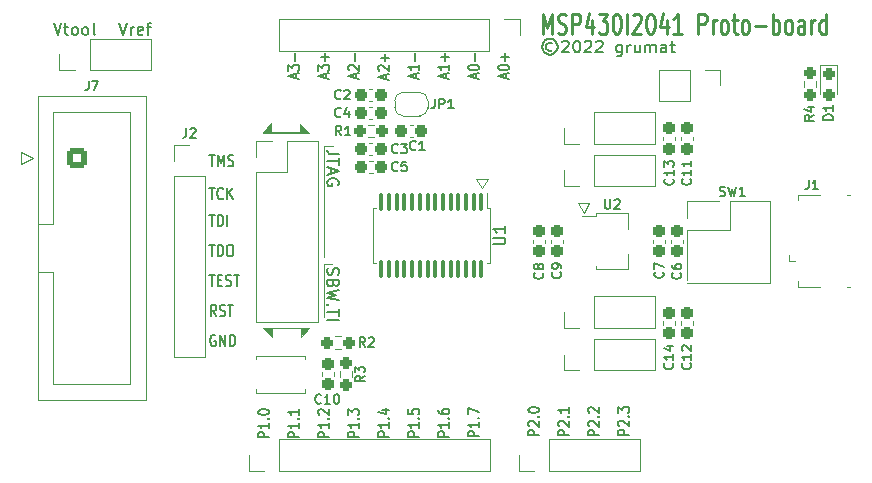
<source format=gto>
G04 #@! TF.GenerationSoftware,KiCad,Pcbnew,(6.0.7)*
G04 #@! TF.CreationDate,2022-09-17T20:35:01+02:00*
G04 #@! TF.ProjectId,SLAU335,534c4155-3333-4352-9e6b-696361645f70,rev?*
G04 #@! TF.SameCoordinates,Original*
G04 #@! TF.FileFunction,Legend,Top*
G04 #@! TF.FilePolarity,Positive*
%FSLAX46Y46*%
G04 Gerber Fmt 4.6, Leading zero omitted, Abs format (unit mm)*
G04 Created by KiCad (PCBNEW (6.0.7)) date 2022-09-17 20:35:01*
%MOMM*%
%LPD*%
G01*
G04 APERTURE LIST*
G04 Aperture macros list*
%AMRoundRect*
0 Rectangle with rounded corners*
0 $1 Rounding radius*
0 $2 $3 $4 $5 $6 $7 $8 $9 X,Y pos of 4 corners*
0 Add a 4 corners polygon primitive as box body*
4,1,4,$2,$3,$4,$5,$6,$7,$8,$9,$2,$3,0*
0 Add four circle primitives for the rounded corners*
1,1,$1+$1,$2,$3*
1,1,$1+$1,$4,$5*
1,1,$1+$1,$6,$7*
1,1,$1+$1,$8,$9*
0 Add four rect primitives between the rounded corners*
20,1,$1+$1,$2,$3,$4,$5,0*
20,1,$1+$1,$4,$5,$6,$7,0*
20,1,$1+$1,$6,$7,$8,$9,0*
20,1,$1+$1,$8,$9,$2,$3,0*%
%AMFreePoly0*
4,1,9,5.362500,-0.866500,1.237500,-0.866500,1.237500,-0.450000,-1.237500,-0.450000,-1.237500,0.450000,1.237500,0.450000,1.237500,0.866500,5.362500,0.866500,5.362500,-0.866500,5.362500,-0.866500,$1*%
%AMFreePoly1*
4,1,22,0.500000,-0.750000,0.000000,-0.750000,0.000000,-0.745033,-0.079941,-0.743568,-0.215256,-0.701293,-0.333266,-0.622738,-0.424486,-0.514219,-0.481581,-0.384460,-0.499164,-0.250000,-0.500000,-0.250000,-0.500000,0.250000,-0.499164,0.250000,-0.499963,0.256109,-0.478152,0.396186,-0.417904,0.524511,-0.324060,0.630769,-0.204165,0.706417,-0.067858,0.745374,0.000000,0.744959,0.000000,0.750000,
0.500000,0.750000,0.500000,-0.750000,0.500000,-0.750000,$1*%
%AMFreePoly2*
4,1,20,0.000000,0.744959,0.073905,0.744508,0.209726,0.703889,0.328688,0.626782,0.421226,0.519385,0.479903,0.390333,0.500000,0.250000,0.500000,-0.250000,0.499851,-0.262216,0.476331,-0.402017,0.414519,-0.529596,0.319384,-0.634700,0.198574,-0.708877,0.061801,-0.746166,0.000000,-0.745033,0.000000,-0.750000,-0.500000,-0.750000,-0.500000,0.750000,0.000000,0.750000,0.000000,0.744959,
0.000000,0.744959,$1*%
G04 Aperture macros list end*
%ADD10C,0.120000*%
%ADD11C,0.100000*%
%ADD12C,0.150000*%
%ADD13C,0.250000*%
%ADD14RoundRect,0.250000X-0.600000X-0.600000X0.600000X-0.600000X0.600000X0.600000X-0.600000X0.600000X0*%
%ADD15C,1.700000*%
%ADD16RoundRect,0.237500X0.300000X0.237500X-0.300000X0.237500X-0.300000X-0.237500X0.300000X-0.237500X0*%
%ADD17R,1.700000X1.700000*%
%ADD18O,1.700000X1.700000*%
%ADD19RoundRect,0.237500X0.237500X-0.300000X0.237500X0.300000X-0.237500X0.300000X-0.237500X-0.300000X0*%
%ADD20RoundRect,0.237500X-0.250000X-0.237500X0.250000X-0.237500X0.250000X0.237500X-0.250000X0.237500X0*%
%ADD21R,2.300000X0.900000*%
%ADD22FreePoly0,0.000000*%
%ADD23RoundRect,0.237500X-0.237500X0.287500X-0.237500X-0.287500X0.237500X-0.287500X0.237500X0.287500X0*%
%ADD24RoundRect,0.237500X-0.237500X0.250000X-0.237500X-0.250000X0.237500X-0.250000X0.237500X0.250000X0*%
%ADD25RoundRect,0.237500X-0.237500X0.300000X-0.237500X-0.300000X0.237500X-0.300000X0.237500X0.300000X0*%
%ADD26R,1.550000X0.400000*%
%ADD27R,1.900000X1.200000*%
%ADD28C,1.450000*%
%ADD29O,1.900000X1.200000*%
%ADD30R,1.900000X1.500000*%
%ADD31RoundRect,0.237500X0.237500X-0.250000X0.237500X0.250000X-0.237500X0.250000X-0.237500X-0.250000X0*%
%ADD32R,1.350000X1.350000*%
%ADD33O,1.350000X1.350000*%
%ADD34RoundRect,0.100000X-0.100000X0.637500X-0.100000X-0.637500X0.100000X-0.637500X0.100000X0.637500X0*%
%ADD35R,1.400000X2.000000*%
%ADD36RoundRect,0.237500X0.250000X0.237500X-0.250000X0.237500X-0.250000X-0.237500X0.250000X-0.237500X0*%
%ADD37RoundRect,0.237500X-0.300000X-0.237500X0.300000X-0.237500X0.300000X0.237500X-0.300000X0.237500X0*%
%ADD38FreePoly1,0.000000*%
%ADD39FreePoly2,0.000000*%
G04 APERTURE END LIST*
D10*
X154850000Y-99800000D02*
X155850000Y-99800000D01*
X155350000Y-100600000D02*
X154850000Y-99800000D01*
X155850000Y-99800000D02*
X155350000Y-100600000D01*
X146235000Y-97694000D02*
X147235000Y-97694000D01*
X147235000Y-97694000D02*
X146735000Y-98494000D01*
X146735000Y-98494000D02*
X146235000Y-97694000D01*
D11*
G36*
X128857200Y-93770000D02*
G01*
X131357200Y-93770000D01*
X131357200Y-93070000D01*
X132082200Y-93795000D01*
X128207200Y-93795000D01*
X128857200Y-93020000D01*
X128857200Y-93770000D01*
G37*
X128857200Y-93770000D02*
X131357200Y-93770000D01*
X131357200Y-93070000D01*
X132082200Y-93795000D01*
X128207200Y-93795000D01*
X128857200Y-93020000D01*
X128857200Y-93770000D01*
G36*
X131469200Y-111117000D02*
G01*
X131469200Y-110367000D01*
X128969200Y-110367000D01*
X128969200Y-111067000D01*
X128244200Y-110342000D01*
X132119200Y-110342000D01*
X131469200Y-111117000D01*
G37*
X131469200Y-111117000D02*
X131469200Y-110367000D01*
X128969200Y-110367000D01*
X128969200Y-111067000D01*
X128244200Y-110342000D01*
X132119200Y-110342000D01*
X131469200Y-111117000D01*
D10*
X133400000Y-104294600D02*
X133400000Y-94912600D01*
X133388800Y-104933900D02*
X134088800Y-104933900D01*
X133400000Y-94912600D02*
X134100000Y-94912600D01*
X133388800Y-104914900D02*
X133388800Y-109441400D01*
D12*
X134647619Y-95625533D02*
X133933333Y-95625533D01*
X133790476Y-95577914D01*
X133695238Y-95482676D01*
X133647619Y-95339819D01*
X133647619Y-95244580D01*
X134647619Y-95958866D02*
X134647619Y-96530295D01*
X133647619Y-96244580D02*
X134647619Y-96244580D01*
X133933333Y-96816009D02*
X133933333Y-97292200D01*
X133647619Y-96720771D02*
X134647619Y-97054104D01*
X133647619Y-97387438D01*
X134600000Y-98244580D02*
X134647619Y-98149342D01*
X134647619Y-98006485D01*
X134600000Y-97863628D01*
X134504761Y-97768390D01*
X134409523Y-97720771D01*
X134219047Y-97673152D01*
X134076190Y-97673152D01*
X133885714Y-97720771D01*
X133790476Y-97768390D01*
X133695238Y-97863628D01*
X133647619Y-98006485D01*
X133647619Y-98101723D01*
X133695238Y-98244580D01*
X133742857Y-98292200D01*
X134076190Y-98292200D01*
X134076190Y-98101723D01*
X133695238Y-105245914D02*
X133647619Y-105388771D01*
X133647619Y-105626866D01*
X133695238Y-105722104D01*
X133742857Y-105769723D01*
X133838095Y-105817342D01*
X133933333Y-105817342D01*
X134028571Y-105769723D01*
X134076190Y-105722104D01*
X134123809Y-105626866D01*
X134171428Y-105436390D01*
X134219047Y-105341152D01*
X134266666Y-105293533D01*
X134361904Y-105245914D01*
X134457142Y-105245914D01*
X134552380Y-105293533D01*
X134600000Y-105341152D01*
X134647619Y-105436390D01*
X134647619Y-105674485D01*
X134600000Y-105817342D01*
X134171428Y-106579247D02*
X134123809Y-106722104D01*
X134076190Y-106769723D01*
X133980952Y-106817342D01*
X133838095Y-106817342D01*
X133742857Y-106769723D01*
X133695238Y-106722104D01*
X133647619Y-106626866D01*
X133647619Y-106245914D01*
X134647619Y-106245914D01*
X134647619Y-106579247D01*
X134600000Y-106674485D01*
X134552380Y-106722104D01*
X134457142Y-106769723D01*
X134361904Y-106769723D01*
X134266666Y-106722104D01*
X134219047Y-106674485D01*
X134171428Y-106579247D01*
X134171428Y-106245914D01*
X134647619Y-107150676D02*
X133647619Y-107388771D01*
X134361904Y-107579247D01*
X133647619Y-107769723D01*
X134647619Y-108007819D01*
X133742857Y-108388771D02*
X133695238Y-108436390D01*
X133647619Y-108388771D01*
X133695238Y-108341152D01*
X133742857Y-108388771D01*
X133647619Y-108388771D01*
X134647619Y-108722104D02*
X134647619Y-109293533D01*
X133647619Y-109007819D02*
X134647619Y-109007819D01*
X133647619Y-109626866D02*
X134647619Y-109626866D01*
X124191963Y-110948000D02*
X124115773Y-110900380D01*
X124001487Y-110900380D01*
X123887201Y-110948000D01*
X123811011Y-111043238D01*
X123772916Y-111138476D01*
X123734820Y-111328952D01*
X123734820Y-111471809D01*
X123772916Y-111662285D01*
X123811011Y-111757523D01*
X123887201Y-111852761D01*
X124001487Y-111900380D01*
X124077678Y-111900380D01*
X124191963Y-111852761D01*
X124230059Y-111805142D01*
X124230059Y-111471809D01*
X124077678Y-111471809D01*
X124572916Y-111900380D02*
X124572916Y-110900380D01*
X125030059Y-111900380D01*
X125030059Y-110900380D01*
X125411011Y-111900380D02*
X125411011Y-110900380D01*
X125601487Y-110900380D01*
X125715773Y-110948000D01*
X125791963Y-111043238D01*
X125830059Y-111138476D01*
X125868154Y-111328952D01*
X125868154Y-111471809D01*
X125830059Y-111662285D01*
X125791963Y-111757523D01*
X125715773Y-111852761D01*
X125601487Y-111900380D01*
X125411011Y-111900380D01*
X128727142Y-119594121D02*
X127827142Y-119594121D01*
X127827142Y-119289359D01*
X127870000Y-119213169D01*
X127912857Y-119175074D01*
X127998571Y-119136978D01*
X128127142Y-119136978D01*
X128212857Y-119175074D01*
X128255714Y-119213169D01*
X128298571Y-119289359D01*
X128298571Y-119594121D01*
X128727142Y-118375074D02*
X128727142Y-118832216D01*
X128727142Y-118603645D02*
X127827142Y-118603645D01*
X127955714Y-118679836D01*
X128041428Y-118756026D01*
X128084285Y-118832216D01*
X128641428Y-118032216D02*
X128684285Y-117994121D01*
X128727142Y-118032216D01*
X128684285Y-118070312D01*
X128641428Y-118032216D01*
X128727142Y-118032216D01*
X127827142Y-117498883D02*
X127827142Y-117422693D01*
X127870000Y-117346502D01*
X127912857Y-117308407D01*
X127998571Y-117270312D01*
X128170000Y-117232216D01*
X128384285Y-117232216D01*
X128555714Y-117270312D01*
X128641428Y-117308407D01*
X128684285Y-117346502D01*
X128727142Y-117422693D01*
X128727142Y-117498883D01*
X128684285Y-117575074D01*
X128641428Y-117613169D01*
X128555714Y-117651264D01*
X128384285Y-117689359D01*
X128170000Y-117689359D01*
X127998571Y-117651264D01*
X127912857Y-117613169D01*
X127870000Y-117575074D01*
X127827142Y-117498883D01*
X124239119Y-109360380D02*
X123972452Y-108884190D01*
X123781976Y-109360380D02*
X123781976Y-108360380D01*
X124086738Y-108360380D01*
X124162928Y-108408000D01*
X124201023Y-108455619D01*
X124239119Y-108550857D01*
X124239119Y-108693714D01*
X124201023Y-108788952D01*
X124162928Y-108836571D01*
X124086738Y-108884190D01*
X123781976Y-108884190D01*
X124543880Y-109312761D02*
X124658166Y-109360380D01*
X124848642Y-109360380D01*
X124924833Y-109312761D01*
X124962928Y-109265142D01*
X125001023Y-109169904D01*
X125001023Y-109074666D01*
X124962928Y-108979428D01*
X124924833Y-108931809D01*
X124848642Y-108884190D01*
X124696261Y-108836571D01*
X124620071Y-108788952D01*
X124581976Y-108741333D01*
X124543880Y-108646095D01*
X124543880Y-108550857D01*
X124581976Y-108455619D01*
X124620071Y-108408000D01*
X124696261Y-108360380D01*
X124886738Y-108360380D01*
X125001023Y-108408000D01*
X125229595Y-108360380D02*
X125686738Y-108360380D01*
X125458166Y-109360380D02*
X125458166Y-108360380D01*
X141427142Y-119544308D02*
X140527142Y-119544308D01*
X140527142Y-119239546D01*
X140570000Y-119163356D01*
X140612857Y-119125261D01*
X140698571Y-119087165D01*
X140827142Y-119087165D01*
X140912857Y-119125261D01*
X140955714Y-119163356D01*
X140998571Y-119239546D01*
X140998571Y-119544308D01*
X141427142Y-118325261D02*
X141427142Y-118782403D01*
X141427142Y-118553832D02*
X140527142Y-118553832D01*
X140655714Y-118630023D01*
X140741428Y-118706213D01*
X140784285Y-118782403D01*
X141341428Y-117982403D02*
X141384285Y-117944308D01*
X141427142Y-117982403D01*
X141384285Y-118020499D01*
X141341428Y-117982403D01*
X141427142Y-117982403D01*
X140527142Y-117220499D02*
X140527142Y-117601451D01*
X140955714Y-117639546D01*
X140912857Y-117601451D01*
X140870000Y-117525261D01*
X140870000Y-117334784D01*
X140912857Y-117258594D01*
X140955714Y-117220499D01*
X141041428Y-117182403D01*
X141255714Y-117182403D01*
X141341428Y-117220499D01*
X141384285Y-117258594D01*
X141427142Y-117334784D01*
X141427142Y-117525261D01*
X141384285Y-117601451D01*
X141341428Y-117639546D01*
D13*
X151880000Y-85420047D02*
X151880000Y-83720047D01*
X152280000Y-84934333D01*
X152680000Y-83720047D01*
X152680000Y-85420047D01*
X153194285Y-85339095D02*
X153365714Y-85420047D01*
X153651428Y-85420047D01*
X153765714Y-85339095D01*
X153822857Y-85258142D01*
X153880000Y-85096238D01*
X153880000Y-84934333D01*
X153822857Y-84772428D01*
X153765714Y-84691476D01*
X153651428Y-84610523D01*
X153422857Y-84529571D01*
X153308571Y-84448619D01*
X153251428Y-84367666D01*
X153194285Y-84205761D01*
X153194285Y-84043857D01*
X153251428Y-83881952D01*
X153308571Y-83801000D01*
X153422857Y-83720047D01*
X153708571Y-83720047D01*
X153880000Y-83801000D01*
X154394285Y-85420047D02*
X154394285Y-83720047D01*
X154851428Y-83720047D01*
X154965714Y-83801000D01*
X155022857Y-83881952D01*
X155080000Y-84043857D01*
X155080000Y-84286714D01*
X155022857Y-84448619D01*
X154965714Y-84529571D01*
X154851428Y-84610523D01*
X154394285Y-84610523D01*
X156108571Y-84286714D02*
X156108571Y-85420047D01*
X155822857Y-83639095D02*
X155537142Y-84853380D01*
X156280000Y-84853380D01*
X156622857Y-83720047D02*
X157365714Y-83720047D01*
X156965714Y-84367666D01*
X157137142Y-84367666D01*
X157251428Y-84448619D01*
X157308571Y-84529571D01*
X157365714Y-84691476D01*
X157365714Y-85096238D01*
X157308571Y-85258142D01*
X157251428Y-85339095D01*
X157137142Y-85420047D01*
X156794285Y-85420047D01*
X156680000Y-85339095D01*
X156622857Y-85258142D01*
X158108571Y-83720047D02*
X158222857Y-83720047D01*
X158337142Y-83801000D01*
X158394285Y-83881952D01*
X158451428Y-84043857D01*
X158508571Y-84367666D01*
X158508571Y-84772428D01*
X158451428Y-85096238D01*
X158394285Y-85258142D01*
X158337142Y-85339095D01*
X158222857Y-85420047D01*
X158108571Y-85420047D01*
X157994285Y-85339095D01*
X157937142Y-85258142D01*
X157880000Y-85096238D01*
X157822857Y-84772428D01*
X157822857Y-84367666D01*
X157880000Y-84043857D01*
X157937142Y-83881952D01*
X157994285Y-83801000D01*
X158108571Y-83720047D01*
X159022857Y-85420047D02*
X159022857Y-83720047D01*
X159537142Y-83881952D02*
X159594285Y-83801000D01*
X159708571Y-83720047D01*
X159994285Y-83720047D01*
X160108571Y-83801000D01*
X160165714Y-83881952D01*
X160222857Y-84043857D01*
X160222857Y-84205761D01*
X160165714Y-84448619D01*
X159480000Y-85420047D01*
X160222857Y-85420047D01*
X160965714Y-83720047D02*
X161080000Y-83720047D01*
X161194285Y-83801000D01*
X161251428Y-83881952D01*
X161308571Y-84043857D01*
X161365714Y-84367666D01*
X161365714Y-84772428D01*
X161308571Y-85096238D01*
X161251428Y-85258142D01*
X161194285Y-85339095D01*
X161080000Y-85420047D01*
X160965714Y-85420047D01*
X160851428Y-85339095D01*
X160794285Y-85258142D01*
X160737142Y-85096238D01*
X160680000Y-84772428D01*
X160680000Y-84367666D01*
X160737142Y-84043857D01*
X160794285Y-83881952D01*
X160851428Y-83801000D01*
X160965714Y-83720047D01*
X162394285Y-84286714D02*
X162394285Y-85420047D01*
X162108571Y-83639095D02*
X161822857Y-84853380D01*
X162565714Y-84853380D01*
X163651428Y-85420047D02*
X162965714Y-85420047D01*
X163308571Y-85420047D02*
X163308571Y-83720047D01*
X163194285Y-83962904D01*
X163079999Y-84124809D01*
X162965714Y-84205761D01*
X165079999Y-85420047D02*
X165079999Y-83720047D01*
X165537142Y-83720047D01*
X165651428Y-83801000D01*
X165708571Y-83881952D01*
X165765714Y-84043857D01*
X165765714Y-84286714D01*
X165708571Y-84448619D01*
X165651428Y-84529571D01*
X165537142Y-84610523D01*
X165079999Y-84610523D01*
X166279999Y-85420047D02*
X166279999Y-84286714D01*
X166279999Y-84610523D02*
X166337142Y-84448619D01*
X166394285Y-84367666D01*
X166508571Y-84286714D01*
X166622857Y-84286714D01*
X167194285Y-85420047D02*
X167079999Y-85339095D01*
X167022857Y-85258142D01*
X166965714Y-85096238D01*
X166965714Y-84610523D01*
X167022857Y-84448619D01*
X167079999Y-84367666D01*
X167194285Y-84286714D01*
X167365714Y-84286714D01*
X167479999Y-84367666D01*
X167537142Y-84448619D01*
X167594285Y-84610523D01*
X167594285Y-85096238D01*
X167537142Y-85258142D01*
X167479999Y-85339095D01*
X167365714Y-85420047D01*
X167194285Y-85420047D01*
X167937142Y-84286714D02*
X168394285Y-84286714D01*
X168108571Y-83720047D02*
X168108571Y-85177190D01*
X168165714Y-85339095D01*
X168279999Y-85420047D01*
X168394285Y-85420047D01*
X168965714Y-85420047D02*
X168851428Y-85339095D01*
X168794285Y-85258142D01*
X168737142Y-85096238D01*
X168737142Y-84610523D01*
X168794285Y-84448619D01*
X168851428Y-84367666D01*
X168965714Y-84286714D01*
X169137142Y-84286714D01*
X169251428Y-84367666D01*
X169308571Y-84448619D01*
X169365714Y-84610523D01*
X169365714Y-85096238D01*
X169308571Y-85258142D01*
X169251428Y-85339095D01*
X169137142Y-85420047D01*
X168965714Y-85420047D01*
X169880000Y-84772428D02*
X170794285Y-84772428D01*
X171365714Y-85420047D02*
X171365714Y-83720047D01*
X171365714Y-84367666D02*
X171480000Y-84286714D01*
X171708571Y-84286714D01*
X171822857Y-84367666D01*
X171880000Y-84448619D01*
X171937142Y-84610523D01*
X171937142Y-85096238D01*
X171880000Y-85258142D01*
X171822857Y-85339095D01*
X171708571Y-85420047D01*
X171480000Y-85420047D01*
X171365714Y-85339095D01*
X172622857Y-85420047D02*
X172508571Y-85339095D01*
X172451428Y-85258142D01*
X172394285Y-85096238D01*
X172394285Y-84610523D01*
X172451428Y-84448619D01*
X172508571Y-84367666D01*
X172622857Y-84286714D01*
X172794285Y-84286714D01*
X172908571Y-84367666D01*
X172965714Y-84448619D01*
X173022857Y-84610523D01*
X173022857Y-85096238D01*
X172965714Y-85258142D01*
X172908571Y-85339095D01*
X172794285Y-85420047D01*
X172622857Y-85420047D01*
X174051428Y-85420047D02*
X174051428Y-84529571D01*
X173994285Y-84367666D01*
X173880000Y-84286714D01*
X173651428Y-84286714D01*
X173537142Y-84367666D01*
X174051428Y-85339095D02*
X173937142Y-85420047D01*
X173651428Y-85420047D01*
X173537142Y-85339095D01*
X173480000Y-85177190D01*
X173480000Y-85015285D01*
X173537142Y-84853380D01*
X173651428Y-84772428D01*
X173937142Y-84772428D01*
X174051428Y-84691476D01*
X174622857Y-85420047D02*
X174622857Y-84286714D01*
X174622857Y-84610523D02*
X174680000Y-84448619D01*
X174737142Y-84367666D01*
X174851428Y-84286714D01*
X174965714Y-84286714D01*
X175880000Y-85420047D02*
X175880000Y-83720047D01*
X175880000Y-85339095D02*
X175765714Y-85420047D01*
X175537142Y-85420047D01*
X175422857Y-85339095D01*
X175365714Y-85258142D01*
X175308571Y-85096238D01*
X175308571Y-84610523D01*
X175365714Y-84448619D01*
X175422857Y-84367666D01*
X175537142Y-84286714D01*
X175765714Y-84286714D01*
X175880000Y-84367666D01*
D12*
X110484285Y-84527380D02*
X110817619Y-85527380D01*
X111150952Y-84527380D01*
X111341428Y-84860714D02*
X111722380Y-84860714D01*
X111484285Y-84527380D02*
X111484285Y-85384523D01*
X111531904Y-85479761D01*
X111627142Y-85527380D01*
X111722380Y-85527380D01*
X112198571Y-85527380D02*
X112103333Y-85479761D01*
X112055714Y-85432142D01*
X112008095Y-85336904D01*
X112008095Y-85051190D01*
X112055714Y-84955952D01*
X112103333Y-84908333D01*
X112198571Y-84860714D01*
X112341428Y-84860714D01*
X112436666Y-84908333D01*
X112484285Y-84955952D01*
X112531904Y-85051190D01*
X112531904Y-85336904D01*
X112484285Y-85432142D01*
X112436666Y-85479761D01*
X112341428Y-85527380D01*
X112198571Y-85527380D01*
X113103333Y-85527380D02*
X113008095Y-85479761D01*
X112960476Y-85432142D01*
X112912857Y-85336904D01*
X112912857Y-85051190D01*
X112960476Y-84955952D01*
X113008095Y-84908333D01*
X113103333Y-84860714D01*
X113246190Y-84860714D01*
X113341428Y-84908333D01*
X113389047Y-84955952D01*
X113436666Y-85051190D01*
X113436666Y-85336904D01*
X113389047Y-85432142D01*
X113341428Y-85479761D01*
X113246190Y-85527380D01*
X113103333Y-85527380D01*
X114008095Y-85527380D02*
X113912857Y-85479761D01*
X113865238Y-85384523D01*
X113865238Y-84527380D01*
X138887142Y-119556070D02*
X137987142Y-119556070D01*
X137987142Y-119251308D01*
X138030000Y-119175118D01*
X138072857Y-119137023D01*
X138158571Y-119098927D01*
X138287142Y-119098927D01*
X138372857Y-119137023D01*
X138415714Y-119175118D01*
X138458571Y-119251308D01*
X138458571Y-119556070D01*
X138887142Y-118337023D02*
X138887142Y-118794165D01*
X138887142Y-118565594D02*
X137987142Y-118565594D01*
X138115714Y-118641785D01*
X138201428Y-118717975D01*
X138244285Y-118794165D01*
X138801428Y-117994165D02*
X138844285Y-117956070D01*
X138887142Y-117994165D01*
X138844285Y-118032261D01*
X138801428Y-117994165D01*
X138887142Y-117994165D01*
X138287142Y-117270356D02*
X138887142Y-117270356D01*
X137944285Y-117460832D02*
X138587142Y-117651308D01*
X138587142Y-117156070D01*
X131010000Y-89193214D02*
X131010000Y-88812261D01*
X131267142Y-89269404D02*
X130367142Y-89002738D01*
X131267142Y-88736071D01*
X130367142Y-88545595D02*
X130367142Y-88050357D01*
X130710000Y-88317023D01*
X130710000Y-88202738D01*
X130752857Y-88126547D01*
X130795714Y-88088452D01*
X130881428Y-88050357D01*
X131095714Y-88050357D01*
X131181428Y-88088452D01*
X131224285Y-88126547D01*
X131267142Y-88202738D01*
X131267142Y-88431309D01*
X131224285Y-88507500D01*
X131181428Y-88545595D01*
X130924285Y-87707500D02*
X130924285Y-87097976D01*
X116042857Y-84502380D02*
X116376190Y-85502380D01*
X116709523Y-84502380D01*
X117042857Y-85502380D02*
X117042857Y-84835714D01*
X117042857Y-85026190D02*
X117090476Y-84930952D01*
X117138095Y-84883333D01*
X117233333Y-84835714D01*
X117328571Y-84835714D01*
X118042857Y-85454761D02*
X117947619Y-85502380D01*
X117757142Y-85502380D01*
X117661904Y-85454761D01*
X117614285Y-85359523D01*
X117614285Y-84978571D01*
X117661904Y-84883333D01*
X117757142Y-84835714D01*
X117947619Y-84835714D01*
X118042857Y-84883333D01*
X118090476Y-84978571D01*
X118090476Y-85073809D01*
X117614285Y-85169047D01*
X118376190Y-84835714D02*
X118757142Y-84835714D01*
X118519047Y-85502380D02*
X118519047Y-84645238D01*
X118566666Y-84550000D01*
X118661904Y-84502380D01*
X118757142Y-84502380D01*
X159207142Y-119394265D02*
X158307142Y-119394265D01*
X158307142Y-119089503D01*
X158350000Y-119013313D01*
X158392857Y-118975218D01*
X158478571Y-118937122D01*
X158607142Y-118937122D01*
X158692857Y-118975218D01*
X158735714Y-119013313D01*
X158778571Y-119089503D01*
X158778571Y-119394265D01*
X158392857Y-118632361D02*
X158350000Y-118594265D01*
X158307142Y-118518075D01*
X158307142Y-118327599D01*
X158350000Y-118251408D01*
X158392857Y-118213313D01*
X158478571Y-118175218D01*
X158564285Y-118175218D01*
X158692857Y-118213313D01*
X159207142Y-118670456D01*
X159207142Y-118175218D01*
X159121428Y-117832361D02*
X159164285Y-117794265D01*
X159207142Y-117832361D01*
X159164285Y-117870456D01*
X159121428Y-117832361D01*
X159207142Y-117832361D01*
X158307142Y-117527599D02*
X158307142Y-117032361D01*
X158650000Y-117299027D01*
X158650000Y-117184742D01*
X158692857Y-117108551D01*
X158735714Y-117070456D01*
X158821428Y-117032361D01*
X159035714Y-117032361D01*
X159121428Y-117070456D01*
X159164285Y-117108551D01*
X159207142Y-117184742D01*
X159207142Y-117413313D01*
X159164285Y-117489503D01*
X159121428Y-117527599D01*
X136347142Y-119567832D02*
X135447142Y-119567832D01*
X135447142Y-119263070D01*
X135490000Y-119186880D01*
X135532857Y-119148785D01*
X135618571Y-119110689D01*
X135747142Y-119110689D01*
X135832857Y-119148785D01*
X135875714Y-119186880D01*
X135918571Y-119263070D01*
X135918571Y-119567832D01*
X136347142Y-118348785D02*
X136347142Y-118805927D01*
X136347142Y-118577356D02*
X135447142Y-118577356D01*
X135575714Y-118653547D01*
X135661428Y-118729737D01*
X135704285Y-118805927D01*
X136261428Y-118005927D02*
X136304285Y-117967832D01*
X136347142Y-118005927D01*
X136304285Y-118044023D01*
X136261428Y-118005927D01*
X136347142Y-118005927D01*
X135447142Y-117701166D02*
X135447142Y-117205927D01*
X135790000Y-117472594D01*
X135790000Y-117358308D01*
X135832857Y-117282118D01*
X135875714Y-117244023D01*
X135961428Y-117205927D01*
X136175714Y-117205927D01*
X136261428Y-117244023D01*
X136304285Y-117282118D01*
X136347142Y-117358308D01*
X136347142Y-117586880D01*
X136304285Y-117663070D01*
X136261428Y-117701166D01*
X152688714Y-86246476D02*
X152593476Y-86198857D01*
X152403000Y-86198857D01*
X152307761Y-86246476D01*
X152212523Y-86341714D01*
X152164904Y-86436952D01*
X152164904Y-86627428D01*
X152212523Y-86722666D01*
X152307761Y-86817904D01*
X152403000Y-86865523D01*
X152593476Y-86865523D01*
X152688714Y-86817904D01*
X152498238Y-85865523D02*
X152260142Y-85913142D01*
X152022047Y-86056000D01*
X151879190Y-86294095D01*
X151831571Y-86532190D01*
X151879190Y-86770285D01*
X152022047Y-87008380D01*
X152260142Y-87151238D01*
X152498238Y-87198857D01*
X152736333Y-87151238D01*
X152974428Y-87008380D01*
X153117285Y-86770285D01*
X153164904Y-86532190D01*
X153117285Y-86294095D01*
X152974428Y-86056000D01*
X152736333Y-85913142D01*
X152498238Y-85865523D01*
X153545857Y-86103619D02*
X153593476Y-86056000D01*
X153688714Y-86008380D01*
X153926809Y-86008380D01*
X154022047Y-86056000D01*
X154069666Y-86103619D01*
X154117285Y-86198857D01*
X154117285Y-86294095D01*
X154069666Y-86436952D01*
X153498238Y-87008380D01*
X154117285Y-87008380D01*
X154736333Y-86008380D02*
X154831571Y-86008380D01*
X154926809Y-86056000D01*
X154974428Y-86103619D01*
X155022047Y-86198857D01*
X155069666Y-86389333D01*
X155069666Y-86627428D01*
X155022047Y-86817904D01*
X154974428Y-86913142D01*
X154926809Y-86960761D01*
X154831571Y-87008380D01*
X154736333Y-87008380D01*
X154641095Y-86960761D01*
X154593476Y-86913142D01*
X154545857Y-86817904D01*
X154498238Y-86627428D01*
X154498238Y-86389333D01*
X154545857Y-86198857D01*
X154593476Y-86103619D01*
X154641095Y-86056000D01*
X154736333Y-86008380D01*
X155450619Y-86103619D02*
X155498238Y-86056000D01*
X155593476Y-86008380D01*
X155831571Y-86008380D01*
X155926809Y-86056000D01*
X155974428Y-86103619D01*
X156022047Y-86198857D01*
X156022047Y-86294095D01*
X155974428Y-86436952D01*
X155403000Y-87008380D01*
X156022047Y-87008380D01*
X156403000Y-86103619D02*
X156450619Y-86056000D01*
X156545857Y-86008380D01*
X156783952Y-86008380D01*
X156879190Y-86056000D01*
X156926809Y-86103619D01*
X156974428Y-86198857D01*
X156974428Y-86294095D01*
X156926809Y-86436952D01*
X156355380Y-87008380D01*
X156974428Y-87008380D01*
X158593476Y-86341714D02*
X158593476Y-87151238D01*
X158545857Y-87246476D01*
X158498238Y-87294095D01*
X158403000Y-87341714D01*
X158260142Y-87341714D01*
X158164904Y-87294095D01*
X158593476Y-86960761D02*
X158498238Y-87008380D01*
X158307761Y-87008380D01*
X158212523Y-86960761D01*
X158164904Y-86913142D01*
X158117285Y-86817904D01*
X158117285Y-86532190D01*
X158164904Y-86436952D01*
X158212523Y-86389333D01*
X158307761Y-86341714D01*
X158498238Y-86341714D01*
X158593476Y-86389333D01*
X159069666Y-87008380D02*
X159069666Y-86341714D01*
X159069666Y-86532190D02*
X159117285Y-86436952D01*
X159164904Y-86389333D01*
X159260142Y-86341714D01*
X159355380Y-86341714D01*
X160117285Y-86341714D02*
X160117285Y-87008380D01*
X159688714Y-86341714D02*
X159688714Y-86865523D01*
X159736333Y-86960761D01*
X159831571Y-87008380D01*
X159974428Y-87008380D01*
X160069666Y-86960761D01*
X160117285Y-86913142D01*
X160593476Y-87008380D02*
X160593476Y-86341714D01*
X160593476Y-86436952D02*
X160641095Y-86389333D01*
X160736333Y-86341714D01*
X160879190Y-86341714D01*
X160974428Y-86389333D01*
X161022047Y-86484571D01*
X161022047Y-87008380D01*
X161022047Y-86484571D02*
X161069666Y-86389333D01*
X161164904Y-86341714D01*
X161307761Y-86341714D01*
X161403000Y-86389333D01*
X161450619Y-86484571D01*
X161450619Y-87008380D01*
X162355380Y-87008380D02*
X162355380Y-86484571D01*
X162307761Y-86389333D01*
X162212523Y-86341714D01*
X162022047Y-86341714D01*
X161926809Y-86389333D01*
X162355380Y-86960761D02*
X162260142Y-87008380D01*
X162022047Y-87008380D01*
X161926809Y-86960761D01*
X161879190Y-86865523D01*
X161879190Y-86770285D01*
X161926809Y-86675047D01*
X162022047Y-86627428D01*
X162260142Y-86627428D01*
X162355380Y-86579809D01*
X162688714Y-86341714D02*
X163069666Y-86341714D01*
X162831571Y-86008380D02*
X162831571Y-86865523D01*
X162879190Y-86960761D01*
X162974428Y-87008380D01*
X163069666Y-87008380D01*
X136090000Y-89193214D02*
X136090000Y-88812261D01*
X136347142Y-89269404D02*
X135447142Y-89002738D01*
X136347142Y-88736071D01*
X135532857Y-88507500D02*
X135490000Y-88469404D01*
X135447142Y-88393214D01*
X135447142Y-88202738D01*
X135490000Y-88126547D01*
X135532857Y-88088452D01*
X135618571Y-88050357D01*
X135704285Y-88050357D01*
X135832857Y-88088452D01*
X136347142Y-88545595D01*
X136347142Y-88050357D01*
X136004285Y-87707500D02*
X136004285Y-87097976D01*
X123667690Y-100740380D02*
X124124833Y-100740380D01*
X123896261Y-101740380D02*
X123896261Y-100740380D01*
X124391500Y-101740380D02*
X124391500Y-100740380D01*
X124581976Y-100740380D01*
X124696261Y-100788000D01*
X124772452Y-100883238D01*
X124810547Y-100978476D01*
X124848642Y-101168952D01*
X124848642Y-101311809D01*
X124810547Y-101502285D01*
X124772452Y-101597523D01*
X124696261Y-101692761D01*
X124581976Y-101740380D01*
X124391500Y-101740380D01*
X125191500Y-101740380D02*
X125191500Y-100740380D01*
X133550000Y-89193214D02*
X133550000Y-88812261D01*
X133807142Y-89269404D02*
X132907142Y-89002738D01*
X133807142Y-88736071D01*
X132907142Y-88545595D02*
X132907142Y-88050357D01*
X133250000Y-88317023D01*
X133250000Y-88202738D01*
X133292857Y-88126547D01*
X133335714Y-88088452D01*
X133421428Y-88050357D01*
X133635714Y-88050357D01*
X133721428Y-88088452D01*
X133764285Y-88126547D01*
X133807142Y-88202738D01*
X133807142Y-88431309D01*
X133764285Y-88507500D01*
X133721428Y-88545595D01*
X133464285Y-87707500D02*
X133464285Y-87097976D01*
X133807142Y-87402738D02*
X133121428Y-87402738D01*
X123658630Y-95660380D02*
X124115773Y-95660380D01*
X123887201Y-96660380D02*
X123887201Y-95660380D01*
X124382440Y-96660380D02*
X124382440Y-95660380D01*
X124649106Y-96374666D01*
X124915773Y-95660380D01*
X124915773Y-96660380D01*
X125258630Y-96612761D02*
X125372916Y-96660380D01*
X125563392Y-96660380D01*
X125639582Y-96612761D01*
X125677678Y-96565142D01*
X125715773Y-96469904D01*
X125715773Y-96374666D01*
X125677678Y-96279428D01*
X125639582Y-96231809D01*
X125563392Y-96184190D01*
X125411011Y-96136571D01*
X125334820Y-96088952D01*
X125296725Y-96041333D01*
X125258630Y-95946095D01*
X125258630Y-95850857D01*
X125296725Y-95755619D01*
X125334820Y-95708000D01*
X125411011Y-95660380D01*
X125601487Y-95660380D01*
X125715773Y-95708000D01*
X156667142Y-119415023D02*
X155767142Y-119415023D01*
X155767142Y-119110261D01*
X155810000Y-119034071D01*
X155852857Y-118995976D01*
X155938571Y-118957880D01*
X156067142Y-118957880D01*
X156152857Y-118995976D01*
X156195714Y-119034071D01*
X156238571Y-119110261D01*
X156238571Y-119415023D01*
X155852857Y-118653119D02*
X155810000Y-118615023D01*
X155767142Y-118538833D01*
X155767142Y-118348357D01*
X155810000Y-118272166D01*
X155852857Y-118234071D01*
X155938571Y-118195976D01*
X156024285Y-118195976D01*
X156152857Y-118234071D01*
X156667142Y-118691214D01*
X156667142Y-118195976D01*
X156581428Y-117853119D02*
X156624285Y-117815023D01*
X156667142Y-117853119D01*
X156624285Y-117891214D01*
X156581428Y-117853119D01*
X156667142Y-117853119D01*
X155852857Y-117510261D02*
X155810000Y-117472166D01*
X155767142Y-117395976D01*
X155767142Y-117205500D01*
X155810000Y-117129309D01*
X155852857Y-117091214D01*
X155938571Y-117053119D01*
X156024285Y-117053119D01*
X156152857Y-117091214D01*
X156667142Y-117548357D01*
X156667142Y-117053119D01*
X131267142Y-119591355D02*
X130367142Y-119591355D01*
X130367142Y-119286593D01*
X130410000Y-119210403D01*
X130452857Y-119172308D01*
X130538571Y-119134212D01*
X130667142Y-119134212D01*
X130752857Y-119172308D01*
X130795714Y-119210403D01*
X130838571Y-119286593D01*
X130838571Y-119591355D01*
X131267142Y-118372308D02*
X131267142Y-118829450D01*
X131267142Y-118600879D02*
X130367142Y-118600879D01*
X130495714Y-118677070D01*
X130581428Y-118753260D01*
X130624285Y-118829450D01*
X131181428Y-118029450D02*
X131224285Y-117991355D01*
X131267142Y-118029450D01*
X131224285Y-118067546D01*
X131181428Y-118029450D01*
X131267142Y-118029450D01*
X131267142Y-117229450D02*
X131267142Y-117686593D01*
X131267142Y-117458022D02*
X130367142Y-117458022D01*
X130495714Y-117534212D01*
X130581428Y-117610403D01*
X130624285Y-117686593D01*
X146250000Y-89193214D02*
X146250000Y-88812261D01*
X146507142Y-89269404D02*
X145607142Y-89002738D01*
X146507142Y-88736071D01*
X145607142Y-88317023D02*
X145607142Y-88240833D01*
X145650000Y-88164642D01*
X145692857Y-88126547D01*
X145778571Y-88088452D01*
X145950000Y-88050357D01*
X146164285Y-88050357D01*
X146335714Y-88088452D01*
X146421428Y-88126547D01*
X146464285Y-88164642D01*
X146507142Y-88240833D01*
X146507142Y-88317023D01*
X146464285Y-88393214D01*
X146421428Y-88431309D01*
X146335714Y-88469404D01*
X146164285Y-88507500D01*
X145950000Y-88507500D01*
X145778571Y-88469404D01*
X145692857Y-88431309D01*
X145650000Y-88393214D01*
X145607142Y-88317023D01*
X146164285Y-87707500D02*
X146164285Y-87097976D01*
X133807142Y-119579593D02*
X132907142Y-119579593D01*
X132907142Y-119274831D01*
X132950000Y-119198641D01*
X132992857Y-119160546D01*
X133078571Y-119122450D01*
X133207142Y-119122450D01*
X133292857Y-119160546D01*
X133335714Y-119198641D01*
X133378571Y-119274831D01*
X133378571Y-119579593D01*
X133807142Y-118360546D02*
X133807142Y-118817688D01*
X133807142Y-118589117D02*
X132907142Y-118589117D01*
X133035714Y-118665308D01*
X133121428Y-118741498D01*
X133164285Y-118817688D01*
X133721428Y-118017688D02*
X133764285Y-117979593D01*
X133807142Y-118017688D01*
X133764285Y-118055784D01*
X133721428Y-118017688D01*
X133807142Y-118017688D01*
X132992857Y-117674831D02*
X132950000Y-117636736D01*
X132907142Y-117560546D01*
X132907142Y-117370069D01*
X132950000Y-117293879D01*
X132992857Y-117255784D01*
X133078571Y-117217688D01*
X133164285Y-117217688D01*
X133292857Y-117255784D01*
X133807142Y-117712927D01*
X133807142Y-117217688D01*
X143710000Y-89193214D02*
X143710000Y-88812261D01*
X143967142Y-89269404D02*
X143067142Y-89002738D01*
X143967142Y-88736071D01*
X143967142Y-88050357D02*
X143967142Y-88507500D01*
X143967142Y-88278928D02*
X143067142Y-88278928D01*
X143195714Y-88355119D01*
X143281428Y-88431309D01*
X143324285Y-88507500D01*
X143624285Y-87707500D02*
X143624285Y-87097976D01*
X143967142Y-87402738D02*
X143281428Y-87402738D01*
X123667690Y-103280380D02*
X124124833Y-103280380D01*
X123896261Y-104280380D02*
X123896261Y-103280380D01*
X124391500Y-104280380D02*
X124391500Y-103280380D01*
X124581976Y-103280380D01*
X124696261Y-103328000D01*
X124772452Y-103423238D01*
X124810547Y-103518476D01*
X124848642Y-103708952D01*
X124848642Y-103851809D01*
X124810547Y-104042285D01*
X124772452Y-104137523D01*
X124696261Y-104232761D01*
X124581976Y-104280380D01*
X124391500Y-104280380D01*
X125343880Y-103280380D02*
X125496261Y-103280380D01*
X125572452Y-103328000D01*
X125648642Y-103423238D01*
X125686738Y-103613714D01*
X125686738Y-103947047D01*
X125648642Y-104137523D01*
X125572452Y-104232761D01*
X125496261Y-104280380D01*
X125343880Y-104280380D01*
X125267690Y-104232761D01*
X125191500Y-104137523D01*
X125153404Y-103947047D01*
X125153404Y-103613714D01*
X125191500Y-103423238D01*
X125267690Y-103328000D01*
X125343880Y-103280380D01*
X143967142Y-119532546D02*
X143067142Y-119532546D01*
X143067142Y-119227784D01*
X143110000Y-119151594D01*
X143152857Y-119113499D01*
X143238571Y-119075403D01*
X143367142Y-119075403D01*
X143452857Y-119113499D01*
X143495714Y-119151594D01*
X143538571Y-119227784D01*
X143538571Y-119532546D01*
X143967142Y-118313499D02*
X143967142Y-118770641D01*
X143967142Y-118542070D02*
X143067142Y-118542070D01*
X143195714Y-118618261D01*
X143281428Y-118694451D01*
X143324285Y-118770641D01*
X143881428Y-117970641D02*
X143924285Y-117932546D01*
X143967142Y-117970641D01*
X143924285Y-118008737D01*
X143881428Y-117970641D01*
X143967142Y-117970641D01*
X143067142Y-117246832D02*
X143067142Y-117399213D01*
X143110000Y-117475403D01*
X143152857Y-117513499D01*
X143281428Y-117589689D01*
X143452857Y-117627784D01*
X143795714Y-117627784D01*
X143881428Y-117589689D01*
X143924285Y-117551594D01*
X143967142Y-117475403D01*
X143967142Y-117323022D01*
X143924285Y-117246832D01*
X143881428Y-117208737D01*
X143795714Y-117170641D01*
X143581428Y-117170641D01*
X143495714Y-117208737D01*
X143452857Y-117246832D01*
X143410000Y-117323022D01*
X143410000Y-117475403D01*
X143452857Y-117551594D01*
X143495714Y-117589689D01*
X143581428Y-117627784D01*
X141170000Y-89193214D02*
X141170000Y-88812261D01*
X141427142Y-89269404D02*
X140527142Y-89002738D01*
X141427142Y-88736071D01*
X141427142Y-88050357D02*
X141427142Y-88507500D01*
X141427142Y-88278928D02*
X140527142Y-88278928D01*
X140655714Y-88355119D01*
X140741428Y-88431309D01*
X140784285Y-88507500D01*
X141084285Y-87707500D02*
X141084285Y-87097976D01*
X146507142Y-119520785D02*
X145607142Y-119520785D01*
X145607142Y-119216023D01*
X145650000Y-119139833D01*
X145692857Y-119101738D01*
X145778571Y-119063642D01*
X145907142Y-119063642D01*
X145992857Y-119101738D01*
X146035714Y-119139833D01*
X146078571Y-119216023D01*
X146078571Y-119520785D01*
X146507142Y-118301738D02*
X146507142Y-118758880D01*
X146507142Y-118530309D02*
X145607142Y-118530309D01*
X145735714Y-118606500D01*
X145821428Y-118682690D01*
X145864285Y-118758880D01*
X146421428Y-117958880D02*
X146464285Y-117920785D01*
X146507142Y-117958880D01*
X146464285Y-117996976D01*
X146421428Y-117958880D01*
X146507142Y-117958880D01*
X145607142Y-117654119D02*
X145607142Y-117120785D01*
X146507142Y-117463642D01*
X123667690Y-98454380D02*
X124124833Y-98454380D01*
X123896261Y-99454380D02*
X123896261Y-98454380D01*
X124848642Y-99359142D02*
X124810547Y-99406761D01*
X124696261Y-99454380D01*
X124620071Y-99454380D01*
X124505785Y-99406761D01*
X124429595Y-99311523D01*
X124391500Y-99216285D01*
X124353404Y-99025809D01*
X124353404Y-98882952D01*
X124391500Y-98692476D01*
X124429595Y-98597238D01*
X124505785Y-98502000D01*
X124620071Y-98454380D01*
X124696261Y-98454380D01*
X124810547Y-98502000D01*
X124848642Y-98549619D01*
X125191500Y-99454380D02*
X125191500Y-98454380D01*
X125648642Y-99454380D02*
X125305785Y-98882952D01*
X125648642Y-98454380D02*
X125191500Y-99025809D01*
X123667690Y-105820380D02*
X124124833Y-105820380D01*
X123896261Y-106820380D02*
X123896261Y-105820380D01*
X124391500Y-106296571D02*
X124658166Y-106296571D01*
X124772452Y-106820380D02*
X124391500Y-106820380D01*
X124391500Y-105820380D01*
X124772452Y-105820380D01*
X125077214Y-106772761D02*
X125191500Y-106820380D01*
X125381976Y-106820380D01*
X125458166Y-106772761D01*
X125496261Y-106725142D01*
X125534357Y-106629904D01*
X125534357Y-106534666D01*
X125496261Y-106439428D01*
X125458166Y-106391809D01*
X125381976Y-106344190D01*
X125229595Y-106296571D01*
X125153404Y-106248952D01*
X125115309Y-106201333D01*
X125077214Y-106106095D01*
X125077214Y-106010857D01*
X125115309Y-105915619D01*
X125153404Y-105868000D01*
X125229595Y-105820380D01*
X125420071Y-105820380D01*
X125534357Y-105868000D01*
X125762928Y-105820380D02*
X126220071Y-105820380D01*
X125991500Y-106820380D02*
X125991500Y-105820380D01*
X138630000Y-89253214D02*
X138630000Y-88872261D01*
X138887142Y-89329404D02*
X137987142Y-89062738D01*
X138887142Y-88796071D01*
X138072857Y-88567500D02*
X138030000Y-88529404D01*
X137987142Y-88453214D01*
X137987142Y-88262738D01*
X138030000Y-88186547D01*
X138072857Y-88148452D01*
X138158571Y-88110357D01*
X138244285Y-88110357D01*
X138372857Y-88148452D01*
X138887142Y-88605595D01*
X138887142Y-88110357D01*
X138544285Y-87767500D02*
X138544285Y-87157976D01*
X138887142Y-87462738D02*
X138201428Y-87462738D01*
X154127142Y-119415023D02*
X153227142Y-119415023D01*
X153227142Y-119110261D01*
X153270000Y-119034071D01*
X153312857Y-118995976D01*
X153398571Y-118957880D01*
X153527142Y-118957880D01*
X153612857Y-118995976D01*
X153655714Y-119034071D01*
X153698571Y-119110261D01*
X153698571Y-119415023D01*
X153312857Y-118653119D02*
X153270000Y-118615023D01*
X153227142Y-118538833D01*
X153227142Y-118348357D01*
X153270000Y-118272166D01*
X153312857Y-118234071D01*
X153398571Y-118195976D01*
X153484285Y-118195976D01*
X153612857Y-118234071D01*
X154127142Y-118691214D01*
X154127142Y-118195976D01*
X154041428Y-117853119D02*
X154084285Y-117815023D01*
X154127142Y-117853119D01*
X154084285Y-117891214D01*
X154041428Y-117853119D01*
X154127142Y-117853119D01*
X154127142Y-117053119D02*
X154127142Y-117510261D01*
X154127142Y-117281690D02*
X153227142Y-117281690D01*
X153355714Y-117357880D01*
X153441428Y-117434071D01*
X153484285Y-117510261D01*
X148790000Y-89193214D02*
X148790000Y-88812261D01*
X149047142Y-89269404D02*
X148147142Y-89002738D01*
X149047142Y-88736071D01*
X148147142Y-88317023D02*
X148147142Y-88240833D01*
X148190000Y-88164642D01*
X148232857Y-88126547D01*
X148318571Y-88088452D01*
X148490000Y-88050357D01*
X148704285Y-88050357D01*
X148875714Y-88088452D01*
X148961428Y-88126547D01*
X149004285Y-88164642D01*
X149047142Y-88240833D01*
X149047142Y-88317023D01*
X149004285Y-88393214D01*
X148961428Y-88431309D01*
X148875714Y-88469404D01*
X148704285Y-88507500D01*
X148490000Y-88507500D01*
X148318571Y-88469404D01*
X148232857Y-88431309D01*
X148190000Y-88393214D01*
X148147142Y-88317023D01*
X148704285Y-87707500D02*
X148704285Y-87097976D01*
X149047142Y-87402738D02*
X148361428Y-87402738D01*
X151587142Y-119415023D02*
X150687142Y-119415023D01*
X150687142Y-119110261D01*
X150730000Y-119034071D01*
X150772857Y-118995976D01*
X150858571Y-118957880D01*
X150987142Y-118957880D01*
X151072857Y-118995976D01*
X151115714Y-119034071D01*
X151158571Y-119110261D01*
X151158571Y-119415023D01*
X150772857Y-118653119D02*
X150730000Y-118615023D01*
X150687142Y-118538833D01*
X150687142Y-118348357D01*
X150730000Y-118272166D01*
X150772857Y-118234071D01*
X150858571Y-118195976D01*
X150944285Y-118195976D01*
X151072857Y-118234071D01*
X151587142Y-118691214D01*
X151587142Y-118195976D01*
X151501428Y-117853119D02*
X151544285Y-117815023D01*
X151587142Y-117853119D01*
X151544285Y-117891214D01*
X151501428Y-117853119D01*
X151587142Y-117853119D01*
X150687142Y-117319785D02*
X150687142Y-117243595D01*
X150730000Y-117167404D01*
X150772857Y-117129309D01*
X150858571Y-117091214D01*
X151030000Y-117053119D01*
X151244285Y-117053119D01*
X151415714Y-117091214D01*
X151501428Y-117129309D01*
X151544285Y-117167404D01*
X151587142Y-117243595D01*
X151587142Y-117319785D01*
X151544285Y-117395976D01*
X151501428Y-117434071D01*
X151415714Y-117472166D01*
X151244285Y-117510261D01*
X151030000Y-117510261D01*
X150858571Y-117472166D01*
X150772857Y-117434071D01*
X150730000Y-117395976D01*
X150687142Y-117319785D01*
X113448333Y-89411904D02*
X113448333Y-89983333D01*
X113410238Y-90097619D01*
X113334047Y-90173809D01*
X113219761Y-90211904D01*
X113143571Y-90211904D01*
X113753095Y-89411904D02*
X114286428Y-89411904D01*
X113943571Y-90211904D01*
X139616666Y-95477714D02*
X139578571Y-95515809D01*
X139464285Y-95553904D01*
X139388095Y-95553904D01*
X139273809Y-95515809D01*
X139197619Y-95439619D01*
X139159523Y-95363428D01*
X139121428Y-95211047D01*
X139121428Y-95096761D01*
X139159523Y-94944380D01*
X139197619Y-94868190D01*
X139273809Y-94792000D01*
X139388095Y-94753904D01*
X139464285Y-94753904D01*
X139578571Y-94792000D01*
X139616666Y-94830095D01*
X139883333Y-94753904D02*
X140378571Y-94753904D01*
X140111904Y-95058666D01*
X140226190Y-95058666D01*
X140302380Y-95096761D01*
X140340476Y-95134857D01*
X140378571Y-95211047D01*
X140378571Y-95401523D01*
X140340476Y-95477714D01*
X140302380Y-95515809D01*
X140226190Y-95553904D01*
X139997619Y-95553904D01*
X139921428Y-95515809D01*
X139883333Y-95477714D01*
X134791766Y-92404714D02*
X134753671Y-92442809D01*
X134639385Y-92480904D01*
X134563195Y-92480904D01*
X134448909Y-92442809D01*
X134372719Y-92366619D01*
X134334623Y-92290428D01*
X134296528Y-92138047D01*
X134296528Y-92023761D01*
X134334623Y-91871380D01*
X134372719Y-91795190D01*
X134448909Y-91719000D01*
X134563195Y-91680904D01*
X134639385Y-91680904D01*
X134753671Y-91719000D01*
X134791766Y-91757095D01*
X135477480Y-91947571D02*
X135477480Y-92480904D01*
X135287004Y-91642809D02*
X135096528Y-92214238D01*
X135591766Y-92214238D01*
X121703333Y-93434904D02*
X121703333Y-94006333D01*
X121665238Y-94120619D01*
X121589047Y-94196809D01*
X121474761Y-94234904D01*
X121398571Y-94234904D01*
X122046190Y-93511095D02*
X122084285Y-93473000D01*
X122160476Y-93434904D01*
X122350952Y-93434904D01*
X122427142Y-93473000D01*
X122465238Y-93511095D01*
X122503333Y-93587285D01*
X122503333Y-93663476D01*
X122465238Y-93777761D01*
X122008095Y-94234904D01*
X122503333Y-94234904D01*
X163535714Y-105658333D02*
X163573809Y-105696428D01*
X163611904Y-105810714D01*
X163611904Y-105886904D01*
X163573809Y-106001190D01*
X163497619Y-106077380D01*
X163421428Y-106115476D01*
X163269047Y-106153571D01*
X163154761Y-106153571D01*
X163002380Y-106115476D01*
X162926190Y-106077380D01*
X162850000Y-106001190D01*
X162811904Y-105886904D01*
X162811904Y-105810714D01*
X162850000Y-105696428D01*
X162888095Y-105658333D01*
X162811904Y-104972619D02*
X162811904Y-105125000D01*
X162850000Y-105201190D01*
X162888095Y-105239285D01*
X163002380Y-105315476D01*
X163154761Y-105353571D01*
X163459523Y-105353571D01*
X163535714Y-105315476D01*
X163573809Y-105277380D01*
X163611904Y-105201190D01*
X163611904Y-105048809D01*
X163573809Y-104972619D01*
X163535714Y-104934523D01*
X163459523Y-104896428D01*
X163269047Y-104896428D01*
X163192857Y-104934523D01*
X163154761Y-104972619D01*
X163116666Y-105048809D01*
X163116666Y-105201190D01*
X163154761Y-105277380D01*
X163192857Y-105315476D01*
X163269047Y-105353571D01*
X162060714Y-105608333D02*
X162098809Y-105646428D01*
X162136904Y-105760714D01*
X162136904Y-105836904D01*
X162098809Y-105951190D01*
X162022619Y-106027380D01*
X161946428Y-106065476D01*
X161794047Y-106103571D01*
X161679761Y-106103571D01*
X161527380Y-106065476D01*
X161451190Y-106027380D01*
X161375000Y-105951190D01*
X161336904Y-105836904D01*
X161336904Y-105760714D01*
X161375000Y-105646428D01*
X161413095Y-105608333D01*
X161336904Y-105341666D02*
X161336904Y-104808333D01*
X162136904Y-105151190D01*
X151885714Y-105658333D02*
X151923809Y-105696428D01*
X151961904Y-105810714D01*
X151961904Y-105886904D01*
X151923809Y-106001190D01*
X151847619Y-106077380D01*
X151771428Y-106115476D01*
X151619047Y-106153571D01*
X151504761Y-106153571D01*
X151352380Y-106115476D01*
X151276190Y-106077380D01*
X151200000Y-106001190D01*
X151161904Y-105886904D01*
X151161904Y-105810714D01*
X151200000Y-105696428D01*
X151238095Y-105658333D01*
X151504761Y-105201190D02*
X151466666Y-105277380D01*
X151428571Y-105315476D01*
X151352380Y-105353571D01*
X151314285Y-105353571D01*
X151238095Y-105315476D01*
X151200000Y-105277380D01*
X151161904Y-105201190D01*
X151161904Y-105048809D01*
X151200000Y-104972619D01*
X151238095Y-104934523D01*
X151314285Y-104896428D01*
X151352380Y-104896428D01*
X151428571Y-104934523D01*
X151466666Y-104972619D01*
X151504761Y-105048809D01*
X151504761Y-105201190D01*
X151542857Y-105277380D01*
X151580952Y-105315476D01*
X151657142Y-105353571D01*
X151809523Y-105353571D01*
X151885714Y-105315476D01*
X151923809Y-105277380D01*
X151961904Y-105201190D01*
X151961904Y-105048809D01*
X151923809Y-104972619D01*
X151885714Y-104934523D01*
X151809523Y-104896428D01*
X151657142Y-104896428D01*
X151580952Y-104934523D01*
X151542857Y-104972619D01*
X151504761Y-105048809D01*
X153385714Y-105633333D02*
X153423809Y-105671428D01*
X153461904Y-105785714D01*
X153461904Y-105861904D01*
X153423809Y-105976190D01*
X153347619Y-106052380D01*
X153271428Y-106090476D01*
X153119047Y-106128571D01*
X153004761Y-106128571D01*
X152852380Y-106090476D01*
X152776190Y-106052380D01*
X152700000Y-105976190D01*
X152661904Y-105861904D01*
X152661904Y-105785714D01*
X152700000Y-105671428D01*
X152738095Y-105633333D01*
X153461904Y-105252380D02*
X153461904Y-105100000D01*
X153423809Y-105023809D01*
X153385714Y-104985714D01*
X153271428Y-104909523D01*
X153119047Y-104871428D01*
X152814285Y-104871428D01*
X152738095Y-104909523D01*
X152700000Y-104947619D01*
X152661904Y-105023809D01*
X152661904Y-105176190D01*
X152700000Y-105252380D01*
X152738095Y-105290476D01*
X152814285Y-105328571D01*
X153004761Y-105328571D01*
X153080952Y-105290476D01*
X153119047Y-105252380D01*
X153157142Y-105176190D01*
X153157142Y-105023809D01*
X153119047Y-104947619D01*
X153080952Y-104909523D01*
X153004761Y-104871428D01*
X134841466Y-94029904D02*
X134574800Y-93648952D01*
X134384323Y-94029904D02*
X134384323Y-93229904D01*
X134689085Y-93229904D01*
X134765276Y-93268000D01*
X134803371Y-93306095D01*
X134841466Y-93382285D01*
X134841466Y-93496571D01*
X134803371Y-93572761D01*
X134765276Y-93610857D01*
X134689085Y-93648952D01*
X134384323Y-93648952D01*
X135603371Y-94029904D02*
X135146228Y-94029904D01*
X135374800Y-94029904D02*
X135374800Y-93229904D01*
X135298609Y-93344190D01*
X135222419Y-93420380D01*
X135146228Y-93458476D01*
X157152976Y-99461904D02*
X157152976Y-100109523D01*
X157191071Y-100185714D01*
X157229166Y-100223809D01*
X157305357Y-100261904D01*
X157457738Y-100261904D01*
X157533928Y-100223809D01*
X157572023Y-100185714D01*
X157610119Y-100109523D01*
X157610119Y-99461904D01*
X157952976Y-99538095D02*
X157991071Y-99500000D01*
X158067261Y-99461904D01*
X158257738Y-99461904D01*
X158333928Y-99500000D01*
X158372023Y-99538095D01*
X158410119Y-99614285D01*
X158410119Y-99690476D01*
X158372023Y-99804761D01*
X157914880Y-100261904D01*
X158410119Y-100261904D01*
X176461904Y-92690476D02*
X175661904Y-92690476D01*
X175661904Y-92500000D01*
X175700000Y-92385714D01*
X175776190Y-92309523D01*
X175852380Y-92271428D01*
X176004761Y-92233333D01*
X176119047Y-92233333D01*
X176271428Y-92271428D01*
X176347619Y-92309523D01*
X176423809Y-92385714D01*
X176461904Y-92500000D01*
X176461904Y-92690476D01*
X176461904Y-91471428D02*
X176461904Y-91928571D01*
X176461904Y-91700000D02*
X175661904Y-91700000D01*
X175776190Y-91776190D01*
X175852380Y-91852380D01*
X175890476Y-91928571D01*
X174861904Y-92333333D02*
X174480952Y-92600000D01*
X174861904Y-92790476D02*
X174061904Y-92790476D01*
X174061904Y-92485714D01*
X174100000Y-92409523D01*
X174138095Y-92371428D01*
X174214285Y-92333333D01*
X174328571Y-92333333D01*
X174404761Y-92371428D01*
X174442857Y-92409523D01*
X174480952Y-92485714D01*
X174480952Y-92790476D01*
X174328571Y-91647619D02*
X174861904Y-91647619D01*
X174023809Y-91838095D02*
X174595238Y-92028571D01*
X174595238Y-91533333D01*
X164385714Y-113314285D02*
X164423809Y-113352380D01*
X164461904Y-113466666D01*
X164461904Y-113542857D01*
X164423809Y-113657142D01*
X164347619Y-113733333D01*
X164271428Y-113771428D01*
X164119047Y-113809523D01*
X164004761Y-113809523D01*
X163852380Y-113771428D01*
X163776190Y-113733333D01*
X163700000Y-113657142D01*
X163661904Y-113542857D01*
X163661904Y-113466666D01*
X163700000Y-113352380D01*
X163738095Y-113314285D01*
X164461904Y-112552380D02*
X164461904Y-113009523D01*
X164461904Y-112780952D02*
X163661904Y-112780952D01*
X163776190Y-112857142D01*
X163852380Y-112933333D01*
X163890476Y-113009523D01*
X163738095Y-112247619D02*
X163700000Y-112209523D01*
X163661904Y-112133333D01*
X163661904Y-111942857D01*
X163700000Y-111866666D01*
X163738095Y-111828571D01*
X163814285Y-111790476D01*
X163890476Y-111790476D01*
X164004761Y-111828571D01*
X164461904Y-112285714D01*
X164461904Y-111790476D01*
X164385714Y-97714285D02*
X164423809Y-97752380D01*
X164461904Y-97866666D01*
X164461904Y-97942857D01*
X164423809Y-98057142D01*
X164347619Y-98133333D01*
X164271428Y-98171428D01*
X164119047Y-98209523D01*
X164004761Y-98209523D01*
X163852380Y-98171428D01*
X163776190Y-98133333D01*
X163700000Y-98057142D01*
X163661904Y-97942857D01*
X163661904Y-97866666D01*
X163700000Y-97752380D01*
X163738095Y-97714285D01*
X164461904Y-96952380D02*
X164461904Y-97409523D01*
X164461904Y-97180952D02*
X163661904Y-97180952D01*
X163776190Y-97257142D01*
X163852380Y-97333333D01*
X163890476Y-97409523D01*
X164461904Y-96190476D02*
X164461904Y-96647619D01*
X164461904Y-96419047D02*
X163661904Y-96419047D01*
X163776190Y-96495238D01*
X163852380Y-96571428D01*
X163890476Y-96647619D01*
X162910714Y-97714285D02*
X162948809Y-97752380D01*
X162986904Y-97866666D01*
X162986904Y-97942857D01*
X162948809Y-98057142D01*
X162872619Y-98133333D01*
X162796428Y-98171428D01*
X162644047Y-98209523D01*
X162529761Y-98209523D01*
X162377380Y-98171428D01*
X162301190Y-98133333D01*
X162225000Y-98057142D01*
X162186904Y-97942857D01*
X162186904Y-97866666D01*
X162225000Y-97752380D01*
X162263095Y-97714285D01*
X162986904Y-96952380D02*
X162986904Y-97409523D01*
X162986904Y-97180952D02*
X162186904Y-97180952D01*
X162301190Y-97257142D01*
X162377380Y-97333333D01*
X162415476Y-97409523D01*
X162186904Y-96685714D02*
X162186904Y-96190476D01*
X162491666Y-96457142D01*
X162491666Y-96342857D01*
X162529761Y-96266666D01*
X162567857Y-96228571D01*
X162644047Y-96190476D01*
X162834523Y-96190476D01*
X162910714Y-96228571D01*
X162948809Y-96266666D01*
X162986904Y-96342857D01*
X162986904Y-96571428D01*
X162948809Y-96647619D01*
X162910714Y-96685714D01*
X174408333Y-97801904D02*
X174408333Y-98373333D01*
X174370238Y-98487619D01*
X174294047Y-98563809D01*
X174179761Y-98601904D01*
X174103571Y-98601904D01*
X175208333Y-98601904D02*
X174751190Y-98601904D01*
X174979761Y-98601904D02*
X174979761Y-97801904D01*
X174903571Y-97916190D01*
X174827380Y-97992380D01*
X174751190Y-98030476D01*
X134791766Y-90904714D02*
X134753671Y-90942809D01*
X134639385Y-90980904D01*
X134563195Y-90980904D01*
X134448909Y-90942809D01*
X134372719Y-90866619D01*
X134334623Y-90790428D01*
X134296528Y-90638047D01*
X134296528Y-90523761D01*
X134334623Y-90371380D01*
X134372719Y-90295190D01*
X134448909Y-90219000D01*
X134563195Y-90180904D01*
X134639385Y-90180904D01*
X134753671Y-90219000D01*
X134791766Y-90257095D01*
X135096528Y-90257095D02*
X135134623Y-90219000D01*
X135210814Y-90180904D01*
X135401290Y-90180904D01*
X135477480Y-90219000D01*
X135515576Y-90257095D01*
X135553671Y-90333285D01*
X135553671Y-90409476D01*
X135515576Y-90523761D01*
X135058433Y-90980904D01*
X135553671Y-90980904D01*
X133139714Y-116686714D02*
X133101619Y-116724809D01*
X132987333Y-116762904D01*
X132911142Y-116762904D01*
X132796857Y-116724809D01*
X132720666Y-116648619D01*
X132682571Y-116572428D01*
X132644476Y-116420047D01*
X132644476Y-116305761D01*
X132682571Y-116153380D01*
X132720666Y-116077190D01*
X132796857Y-116001000D01*
X132911142Y-115962904D01*
X132987333Y-115962904D01*
X133101619Y-116001000D01*
X133139714Y-116039095D01*
X133901619Y-116762904D02*
X133444476Y-116762904D01*
X133673047Y-116762904D02*
X133673047Y-115962904D01*
X133596857Y-116077190D01*
X133520666Y-116153380D01*
X133444476Y-116191476D01*
X134396857Y-115962904D02*
X134473047Y-115962904D01*
X134549238Y-116001000D01*
X134587333Y-116039095D01*
X134625428Y-116115285D01*
X134663523Y-116267666D01*
X134663523Y-116458142D01*
X134625428Y-116610523D01*
X134587333Y-116686714D01*
X134549238Y-116724809D01*
X134473047Y-116762904D01*
X134396857Y-116762904D01*
X134320666Y-116724809D01*
X134282571Y-116686714D01*
X134244476Y-116610523D01*
X134206380Y-116458142D01*
X134206380Y-116267666D01*
X134244476Y-116115285D01*
X134282571Y-116039095D01*
X134320666Y-116001000D01*
X134396857Y-115962904D01*
X136809904Y-114375333D02*
X136428952Y-114642000D01*
X136809904Y-114832476D02*
X136009904Y-114832476D01*
X136009904Y-114527714D01*
X136048000Y-114451523D01*
X136086095Y-114413428D01*
X136162285Y-114375333D01*
X136276571Y-114375333D01*
X136352761Y-114413428D01*
X136390857Y-114451523D01*
X136428952Y-114527714D01*
X136428952Y-114832476D01*
X136009904Y-114108666D02*
X136009904Y-113613428D01*
X136314666Y-113880095D01*
X136314666Y-113765809D01*
X136352761Y-113689619D01*
X136390857Y-113651523D01*
X136467047Y-113613428D01*
X136657523Y-113613428D01*
X136733714Y-113651523D01*
X136771809Y-113689619D01*
X136809904Y-113765809D01*
X136809904Y-113994380D01*
X136771809Y-114070571D01*
X136733714Y-114108666D01*
X166883333Y-99123809D02*
X166997619Y-99161904D01*
X167188095Y-99161904D01*
X167264285Y-99123809D01*
X167302380Y-99085714D01*
X167340476Y-99009523D01*
X167340476Y-98933333D01*
X167302380Y-98857142D01*
X167264285Y-98819047D01*
X167188095Y-98780952D01*
X167035714Y-98742857D01*
X166959523Y-98704761D01*
X166921428Y-98666666D01*
X166883333Y-98590476D01*
X166883333Y-98514285D01*
X166921428Y-98438095D01*
X166959523Y-98400000D01*
X167035714Y-98361904D01*
X167226190Y-98361904D01*
X167340476Y-98400000D01*
X167607142Y-98361904D02*
X167797619Y-99161904D01*
X167950000Y-98590476D01*
X168102380Y-99161904D01*
X168292857Y-98361904D01*
X169016666Y-99161904D02*
X168559523Y-99161904D01*
X168788095Y-99161904D02*
X168788095Y-98361904D01*
X168711904Y-98476190D01*
X168635714Y-98552380D01*
X168559523Y-98590476D01*
X162885714Y-113314285D02*
X162923809Y-113352380D01*
X162961904Y-113466666D01*
X162961904Y-113542857D01*
X162923809Y-113657142D01*
X162847619Y-113733333D01*
X162771428Y-113771428D01*
X162619047Y-113809523D01*
X162504761Y-113809523D01*
X162352380Y-113771428D01*
X162276190Y-113733333D01*
X162200000Y-113657142D01*
X162161904Y-113542857D01*
X162161904Y-113466666D01*
X162200000Y-113352380D01*
X162238095Y-113314285D01*
X162961904Y-112552380D02*
X162961904Y-113009523D01*
X162961904Y-112780952D02*
X162161904Y-112780952D01*
X162276190Y-112857142D01*
X162352380Y-112933333D01*
X162390476Y-113009523D01*
X162428571Y-111866666D02*
X162961904Y-111866666D01*
X162123809Y-112057142D02*
X162695238Y-112247619D01*
X162695238Y-111752380D01*
X147720180Y-103269104D02*
X148529704Y-103269104D01*
X148624942Y-103221485D01*
X148672561Y-103173866D01*
X148720180Y-103078628D01*
X148720180Y-102888152D01*
X148672561Y-102792914D01*
X148624942Y-102745295D01*
X148529704Y-102697676D01*
X147720180Y-102697676D01*
X148720180Y-101697676D02*
X148720180Y-102269104D01*
X148720180Y-101983390D02*
X147720180Y-101983390D01*
X147863038Y-102078628D01*
X147958276Y-102173866D01*
X148005895Y-102269104D01*
X136865666Y-111936904D02*
X136599000Y-111555952D01*
X136408523Y-111936904D02*
X136408523Y-111136904D01*
X136713285Y-111136904D01*
X136789476Y-111175000D01*
X136827571Y-111213095D01*
X136865666Y-111289285D01*
X136865666Y-111403571D01*
X136827571Y-111479761D01*
X136789476Y-111517857D01*
X136713285Y-111555952D01*
X136408523Y-111555952D01*
X137170428Y-111213095D02*
X137208523Y-111175000D01*
X137284714Y-111136904D01*
X137475190Y-111136904D01*
X137551380Y-111175000D01*
X137589476Y-111213095D01*
X137627571Y-111289285D01*
X137627571Y-111365476D01*
X137589476Y-111479761D01*
X137132333Y-111936904D01*
X137627571Y-111936904D01*
X139616666Y-97001714D02*
X139578571Y-97039809D01*
X139464285Y-97077904D01*
X139388095Y-97077904D01*
X139273809Y-97039809D01*
X139197619Y-96963619D01*
X139159523Y-96887428D01*
X139121428Y-96735047D01*
X139121428Y-96620761D01*
X139159523Y-96468380D01*
X139197619Y-96392190D01*
X139273809Y-96316000D01*
X139388095Y-96277904D01*
X139464285Y-96277904D01*
X139578571Y-96316000D01*
X139616666Y-96354095D01*
X140340476Y-96277904D02*
X139959523Y-96277904D01*
X139921428Y-96658857D01*
X139959523Y-96620761D01*
X140035714Y-96582666D01*
X140226190Y-96582666D01*
X140302380Y-96620761D01*
X140340476Y-96658857D01*
X140378571Y-96735047D01*
X140378571Y-96925523D01*
X140340476Y-97001714D01*
X140302380Y-97039809D01*
X140226190Y-97077904D01*
X140035714Y-97077904D01*
X139959523Y-97039809D01*
X139921428Y-97001714D01*
X141140666Y-95223714D02*
X141102571Y-95261809D01*
X140988285Y-95299904D01*
X140912095Y-95299904D01*
X140797809Y-95261809D01*
X140721619Y-95185619D01*
X140683523Y-95109428D01*
X140645428Y-94957047D01*
X140645428Y-94842761D01*
X140683523Y-94690380D01*
X140721619Y-94614190D01*
X140797809Y-94538000D01*
X140912095Y-94499904D01*
X140988285Y-94499904D01*
X141102571Y-94538000D01*
X141140666Y-94576095D01*
X141902571Y-95299904D02*
X141445428Y-95299904D01*
X141674000Y-95299904D02*
X141674000Y-94499904D01*
X141597809Y-94614190D01*
X141521619Y-94690380D01*
X141445428Y-94728476D01*
X142766333Y-90943904D02*
X142766333Y-91515333D01*
X142728238Y-91629619D01*
X142652047Y-91705809D01*
X142537761Y-91743904D01*
X142461571Y-91743904D01*
X143147285Y-91743904D02*
X143147285Y-90943904D01*
X143452047Y-90943904D01*
X143528238Y-90982000D01*
X143566333Y-91020095D01*
X143604428Y-91096285D01*
X143604428Y-91210571D01*
X143566333Y-91286761D01*
X143528238Y-91324857D01*
X143452047Y-91362952D01*
X143147285Y-91362952D01*
X144366333Y-91743904D02*
X143909190Y-91743904D01*
X144137761Y-91743904D02*
X144137761Y-90943904D01*
X144061571Y-91058190D01*
X143985380Y-91134380D01*
X143909190Y-91172476D01*
D10*
X110465000Y-115100000D02*
X110465000Y-105620000D01*
X108765000Y-95950000D02*
X107765000Y-95450000D01*
X110465000Y-105620000D02*
X110465000Y-105620000D01*
X118275000Y-90740000D02*
X118275000Y-116400000D01*
X107765000Y-96450000D02*
X108765000Y-95950000D01*
X109155000Y-101520000D02*
X110465000Y-101520000D01*
X116965000Y-92040000D02*
X116965000Y-115100000D01*
X109155000Y-116400000D02*
X109155000Y-90740000D01*
X109155000Y-90740000D02*
X118275000Y-90740000D01*
X118275000Y-116400000D02*
X109155000Y-116400000D01*
X110465000Y-92040000D02*
X116965000Y-92040000D01*
X110465000Y-101520000D02*
X110465000Y-92040000D01*
X107765000Y-95450000D02*
X107765000Y-96450000D01*
X116965000Y-115100000D02*
X110465000Y-115100000D01*
X110465000Y-105620000D02*
X109155000Y-105620000D01*
X137483267Y-94682000D02*
X137190733Y-94682000D01*
X137483267Y-95702000D02*
X137190733Y-95702000D01*
X137484367Y-91634000D02*
X137191833Y-91634000D01*
X137484367Y-92654000D02*
X137191833Y-92654000D01*
X147430000Y-122430000D02*
X147430000Y-119770000D01*
X128320000Y-122430000D02*
X126990000Y-122430000D01*
X129590000Y-122430000D02*
X147430000Y-122430000D01*
X129590000Y-119770000D02*
X147430000Y-119770000D01*
X129590000Y-122430000D02*
X129590000Y-119770000D01*
X126990000Y-122430000D02*
X126990000Y-121100000D01*
X147370000Y-84210000D02*
X129530000Y-84210000D01*
X129530000Y-84210000D02*
X129530000Y-86870000D01*
X149970000Y-84210000D02*
X149970000Y-85540000D01*
X147370000Y-86870000D02*
X129530000Y-86870000D01*
X148640000Y-84210000D02*
X149970000Y-84210000D01*
X147370000Y-84210000D02*
X147370000Y-86870000D01*
X120640000Y-97473000D02*
X120640000Y-112773000D01*
X120640000Y-112773000D02*
X123300000Y-112773000D01*
X123300000Y-97473000D02*
X123300000Y-112773000D01*
X120640000Y-96203000D02*
X120640000Y-94873000D01*
X120640000Y-97473000D02*
X123300000Y-97473000D01*
X120640000Y-94873000D02*
X121970000Y-94873000D01*
X163760000Y-103146267D02*
X163760000Y-102853733D01*
X162740000Y-103146267D02*
X162740000Y-102853733D01*
X162260000Y-103146267D02*
X162260000Y-102853733D01*
X161240000Y-103146267D02*
X161240000Y-102853733D01*
X151090000Y-103146267D02*
X151090000Y-102853733D01*
X152110000Y-103146267D02*
X152110000Y-102853733D01*
X153610000Y-103146267D02*
X153610000Y-102853733D01*
X152590000Y-103146267D02*
X152590000Y-102853733D01*
X137098376Y-94186500D02*
X137607824Y-94186500D01*
X137098376Y-93141500D02*
X137607824Y-93141500D01*
X156402500Y-105360000D02*
X156402500Y-105130000D01*
X159122500Y-100640000D02*
X159122500Y-101950000D01*
X159122500Y-105360000D02*
X156402500Y-105360000D01*
X155262500Y-100870000D02*
X156402500Y-100870000D01*
X156402500Y-100640000D02*
X156402500Y-100870000D01*
X156402500Y-100640000D02*
X159122500Y-100640000D01*
X159122500Y-104050000D02*
X159122500Y-105360000D01*
X176835000Y-90500000D02*
X176835000Y-88040000D01*
X176835000Y-88040000D02*
X175365000Y-88040000D01*
X175365000Y-88040000D02*
X175365000Y-90500000D01*
X164330000Y-91130000D02*
X161730000Y-91130000D01*
X164330000Y-88470000D02*
X161730000Y-88470000D01*
X165600000Y-88470000D02*
X166930000Y-88470000D01*
X166930000Y-88470000D02*
X166930000Y-89800000D01*
X164330000Y-88470000D02*
X164330000Y-91130000D01*
X161730000Y-88470000D02*
X161730000Y-91130000D01*
X173977500Y-89445276D02*
X173977500Y-89954724D01*
X175022500Y-89445276D02*
X175022500Y-89954724D01*
X160130000Y-122430000D02*
X160130000Y-119770000D01*
X152450000Y-122430000D02*
X160130000Y-122430000D01*
X149850000Y-122430000D02*
X149850000Y-121100000D01*
X152450000Y-122430000D02*
X152450000Y-119770000D01*
X151180000Y-122430000D02*
X149850000Y-122430000D01*
X152450000Y-119770000D02*
X160130000Y-119770000D01*
X156270000Y-92070000D02*
X161410000Y-92070000D01*
X156270000Y-94730000D02*
X161410000Y-94730000D01*
X153670000Y-94730000D02*
X153670000Y-93400000D01*
X161410000Y-94730000D02*
X161410000Y-92070000D01*
X155000000Y-94730000D02*
X153670000Y-94730000D01*
X156270000Y-94730000D02*
X156270000Y-92070000D01*
X156270000Y-95670000D02*
X161410000Y-95670000D01*
X153670000Y-98330000D02*
X153670000Y-97000000D01*
X156270000Y-98330000D02*
X156270000Y-95670000D01*
X161410000Y-98330000D02*
X161410000Y-95670000D01*
X156270000Y-98330000D02*
X161410000Y-98330000D01*
X155000000Y-98330000D02*
X153670000Y-98330000D01*
X156270000Y-113930000D02*
X156270000Y-111270000D01*
X161410000Y-113930000D02*
X161410000Y-111270000D01*
X155000000Y-113930000D02*
X153670000Y-113930000D01*
X153670000Y-113930000D02*
X153670000Y-112600000D01*
X156270000Y-111270000D02*
X161410000Y-111270000D01*
X156270000Y-113930000D02*
X161410000Y-113930000D01*
X164610000Y-109753733D02*
X164610000Y-110046267D01*
X163590000Y-109753733D02*
X163590000Y-110046267D01*
X164610000Y-94153733D02*
X164610000Y-94446267D01*
X163590000Y-94153733D02*
X163590000Y-94446267D01*
X162090000Y-94153733D02*
X162090000Y-94446267D01*
X163110000Y-94153733D02*
X163110000Y-94446267D01*
X156270000Y-110330000D02*
X156270000Y-107670000D01*
X161410000Y-110330000D02*
X161410000Y-107670000D01*
X156270000Y-110330000D02*
X161410000Y-110330000D01*
X155000000Y-110330000D02*
X153670000Y-110330000D01*
X156270000Y-107670000D02*
X161410000Y-107670000D01*
X153670000Y-110330000D02*
X153670000Y-109000000D01*
X173546000Y-99039000D02*
X173546000Y-99489000D01*
X177946000Y-106839000D02*
X177696000Y-106839000D01*
X172797500Y-104639000D02*
X173247500Y-104639000D01*
X175396000Y-99039000D02*
X173546000Y-99039000D01*
X172768500Y-104639000D02*
X172768500Y-104189000D01*
X173546000Y-106839000D02*
X173546000Y-106389000D01*
X175396000Y-106839000D02*
X173546000Y-106839000D01*
X177946000Y-99039000D02*
X177696000Y-99039000D01*
X137484367Y-91154000D02*
X137191833Y-91154000D01*
X137484367Y-90134000D02*
X137191833Y-90134000D01*
X112300000Y-88510000D02*
X110970000Y-88510000D01*
X110970000Y-88510000D02*
X110970000Y-87180000D01*
X113570000Y-85850000D02*
X118710000Y-85850000D01*
X113570000Y-88510000D02*
X113570000Y-85850000D01*
X118710000Y-88510000D02*
X118710000Y-85850000D01*
X113570000Y-88510000D02*
X118710000Y-88510000D01*
X134248000Y-114095733D02*
X134248000Y-114388267D01*
X133228000Y-114095733D02*
X133228000Y-114388267D01*
X134715500Y-114496724D02*
X134715500Y-113987276D01*
X135760500Y-114496724D02*
X135760500Y-113987276D01*
X164100000Y-102050000D02*
X167790000Y-102050000D01*
X164100000Y-106550000D02*
X171100000Y-106550000D01*
X167790000Y-99600000D02*
X171100000Y-99600000D01*
X164100000Y-101050000D02*
X164100000Y-99600000D01*
X164100000Y-102050000D02*
X164100000Y-106300000D01*
X167790000Y-102050000D02*
X167790000Y-99600000D01*
X164100000Y-99600000D02*
X166850000Y-99600000D01*
X171100000Y-99600000D02*
X171100000Y-106550000D01*
X163110000Y-109753733D02*
X163110000Y-110046267D01*
X162090000Y-109753733D02*
X162090000Y-110046267D01*
X127639200Y-95827000D02*
X127639200Y-94497000D01*
X132839200Y-94497000D02*
X132839200Y-109857000D01*
X127639200Y-97097000D02*
X127639200Y-109857000D01*
X130239200Y-97097000D02*
X130239200Y-94497000D01*
X127639200Y-97097000D02*
X130239200Y-97097000D01*
X130239200Y-94497000D02*
X132839200Y-94497000D01*
X127639200Y-94497000D02*
X128969200Y-94497000D01*
X127639200Y-109857000D02*
X132839200Y-109857000D01*
X137507800Y-102507200D02*
X137507800Y-104817200D01*
X147152800Y-100197200D02*
X147152800Y-98907200D01*
X137507800Y-100197200D02*
X137782800Y-100197200D01*
X137507800Y-102507200D02*
X137507800Y-100197200D01*
X147427800Y-104817200D02*
X147152800Y-104817200D01*
X147427800Y-100197200D02*
X147152800Y-100197200D01*
X137507800Y-104817200D02*
X137782800Y-104817200D01*
X147427800Y-102507200D02*
X147427800Y-104817200D01*
X147427800Y-102507200D02*
X147427800Y-100197200D01*
X131744000Y-115812000D02*
X127604000Y-115812000D01*
X127604000Y-112972000D02*
X127604000Y-112672000D01*
X131744000Y-115512000D02*
X131744000Y-115812000D01*
X127604000Y-115812000D02*
X127604000Y-115512000D01*
X131744000Y-112672000D02*
X131744000Y-112972000D01*
X127604000Y-112672000D02*
X131744000Y-112672000D01*
X134797724Y-111052500D02*
X134288276Y-111052500D01*
X134797724Y-112097500D02*
X134288276Y-112097500D01*
X137508667Y-96206000D02*
X137216133Y-96206000D01*
X137508667Y-97226000D02*
X137216133Y-97226000D01*
X140620833Y-93158000D02*
X140913367Y-93158000D01*
X140620833Y-94178000D02*
X140913367Y-94178000D01*
X140067100Y-90382000D02*
X141467100Y-90382000D01*
X139367100Y-91682000D02*
X139367100Y-91082000D01*
X142167100Y-91082000D02*
X142167100Y-91682000D01*
X141467100Y-92382000D02*
X140067100Y-92382000D01*
X139367100Y-91682000D02*
G75*
G03*
X140067100Y-92382000I699999J-1D01*
G01*
X140067100Y-90382000D02*
G75*
G03*
X139367100Y-91082000I-1J-699999D01*
G01*
X141467100Y-92382000D02*
G75*
G03*
X142167100Y-91682000I0J700000D01*
G01*
X142167100Y-91082000D02*
G75*
G03*
X141467100Y-90382000I-700000J0D01*
G01*
%LPC*%
D14*
X112445000Y-95950000D03*
D15*
X114985000Y-95950000D03*
X112445000Y-98490000D03*
X114985000Y-98490000D03*
X112445000Y-101030000D03*
X114985000Y-101030000D03*
X112445000Y-103570000D03*
X114985000Y-103570000D03*
X112445000Y-106110000D03*
X114985000Y-106110000D03*
X112445000Y-108650000D03*
X114985000Y-108650000D03*
X112445000Y-111190000D03*
X114985000Y-111190000D03*
D16*
X138199500Y-95192000D03*
X136474500Y-95192000D03*
X138200600Y-92144000D03*
X136475600Y-92144000D03*
D17*
X128320000Y-121100000D03*
D18*
X130860000Y-121100000D03*
X133400000Y-121100000D03*
X135940000Y-121100000D03*
X138480000Y-121100000D03*
X141020000Y-121100000D03*
X143560000Y-121100000D03*
X146100000Y-121100000D03*
D17*
X148640000Y-85540000D03*
D18*
X146100000Y-85540000D03*
X143560000Y-85540000D03*
X141020000Y-85540000D03*
X138480000Y-85540000D03*
X135940000Y-85540000D03*
X133400000Y-85540000D03*
X130860000Y-85540000D03*
D17*
X121970000Y-96203000D03*
D18*
X121970000Y-98743000D03*
X121970000Y-101283000D03*
X121970000Y-103823000D03*
X121970000Y-106363000D03*
X121970000Y-108903000D03*
X121970000Y-111443000D03*
D19*
X163250000Y-103862500D03*
X163250000Y-102137500D03*
X161750000Y-103862500D03*
X161750000Y-102137500D03*
X151600000Y-103862500D03*
X151600000Y-102137500D03*
X153100000Y-103862500D03*
X153100000Y-102137500D03*
D20*
X136440600Y-93664000D03*
X138265600Y-93664000D03*
D21*
X155312500Y-101500000D03*
D22*
X155400000Y-103000000D03*
D21*
X155312500Y-104500000D03*
D23*
X176100000Y-88825000D03*
X176100000Y-90575000D03*
D17*
X165600000Y-89800000D03*
D18*
X163060000Y-89800000D03*
D24*
X174500000Y-88787500D03*
X174500000Y-90612500D03*
D17*
X151180000Y-121100000D03*
D18*
X153720000Y-121100000D03*
X156260000Y-121100000D03*
X158800000Y-121100000D03*
D17*
X155000000Y-93400000D03*
D18*
X157540000Y-93400000D03*
X160080000Y-93400000D03*
D17*
X155000000Y-97000000D03*
D18*
X157540000Y-97000000D03*
X160080000Y-97000000D03*
D17*
X155000000Y-112600000D03*
D18*
X157540000Y-112600000D03*
X160080000Y-112600000D03*
D25*
X164100000Y-109037500D03*
X164100000Y-110762500D03*
X164100000Y-93437500D03*
X164100000Y-95162500D03*
X162600000Y-93437500D03*
X162600000Y-95162500D03*
D17*
X155000000Y-109000000D03*
D18*
X157540000Y-109000000D03*
X160080000Y-109000000D03*
D26*
X173758500Y-104239000D03*
X173758500Y-103589000D03*
X173758500Y-102939000D03*
X173758500Y-102289000D03*
X173758500Y-101639000D03*
D27*
X176546000Y-105839000D03*
D28*
X173846000Y-100489000D03*
D29*
X176546000Y-99339000D03*
X176546000Y-106539000D03*
D30*
X176546000Y-101939000D03*
X176546000Y-103939000D03*
D27*
X176546000Y-100039000D03*
D28*
X173846000Y-105389000D03*
D16*
X138200600Y-90644000D03*
X136475600Y-90644000D03*
D17*
X112300000Y-87180000D03*
D18*
X114840000Y-87180000D03*
X117380000Y-87180000D03*
D25*
X133738000Y-113379500D03*
X133738000Y-115104500D03*
D31*
X135238000Y-115154500D03*
X135238000Y-113329500D03*
D32*
X165350000Y-101050000D03*
D33*
X165350000Y-103050000D03*
X165350000Y-105050000D03*
X169850000Y-101050000D03*
X169850000Y-103050000D03*
X169850000Y-105050000D03*
D25*
X162600000Y-109037500D03*
X162600000Y-110762500D03*
D17*
X128969200Y-95827000D03*
D18*
X131509200Y-95827000D03*
X128969200Y-98367000D03*
X131509200Y-98367000D03*
X128969200Y-100907000D03*
X131509200Y-100907000D03*
X128969200Y-103447000D03*
X131509200Y-103447000D03*
X128969200Y-105987000D03*
X131509200Y-105987000D03*
X128969200Y-108527000D03*
X131509200Y-108527000D03*
D34*
X146692800Y-99644700D03*
X146042800Y-99644700D03*
X145392800Y-99644700D03*
X144742800Y-99644700D03*
X144092800Y-99644700D03*
X143442800Y-99644700D03*
X142792800Y-99644700D03*
X142142800Y-99644700D03*
X141492800Y-99644700D03*
X140842800Y-99644700D03*
X140192800Y-99644700D03*
X139542800Y-99644700D03*
X138892800Y-99644700D03*
X138242800Y-99644700D03*
X138242800Y-105369700D03*
X138892800Y-105369700D03*
X139542800Y-105369700D03*
X140192800Y-105369700D03*
X140842800Y-105369700D03*
X141492800Y-105369700D03*
X142142800Y-105369700D03*
X142792800Y-105369700D03*
X143442800Y-105369700D03*
X144092800Y-105369700D03*
X144742800Y-105369700D03*
X145392800Y-105369700D03*
X146042800Y-105369700D03*
X146692800Y-105369700D03*
D35*
X131749000Y-114242000D03*
X127599000Y-114242000D03*
D36*
X135455500Y-111575000D03*
X133630500Y-111575000D03*
D16*
X138224900Y-96716000D03*
X136499900Y-96716000D03*
D37*
X139904600Y-93668000D03*
X141629600Y-93668000D03*
D38*
X140117100Y-91382000D03*
D39*
X141417100Y-91382000D03*
M02*

</source>
